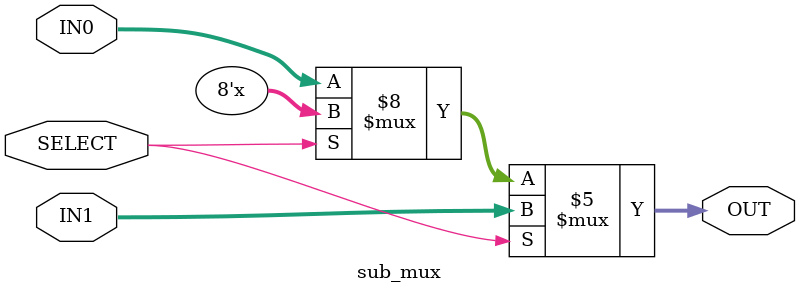
<source format=v>
module sub_mux(IN0,IN1,SELECT,OUT);
	input [7:0] IN0,IN1;
	output [7:0] OUT;
	input SELECT;
	reg [7:0] OUT;
	
	always @(SELECT,IN0,IN1)  
	begin
		if (SELECT==0) begin
			OUT= IN0;
		end if (SELECT==1) begin
			OUT=IN1;
		end
	end
endmodule
</source>
